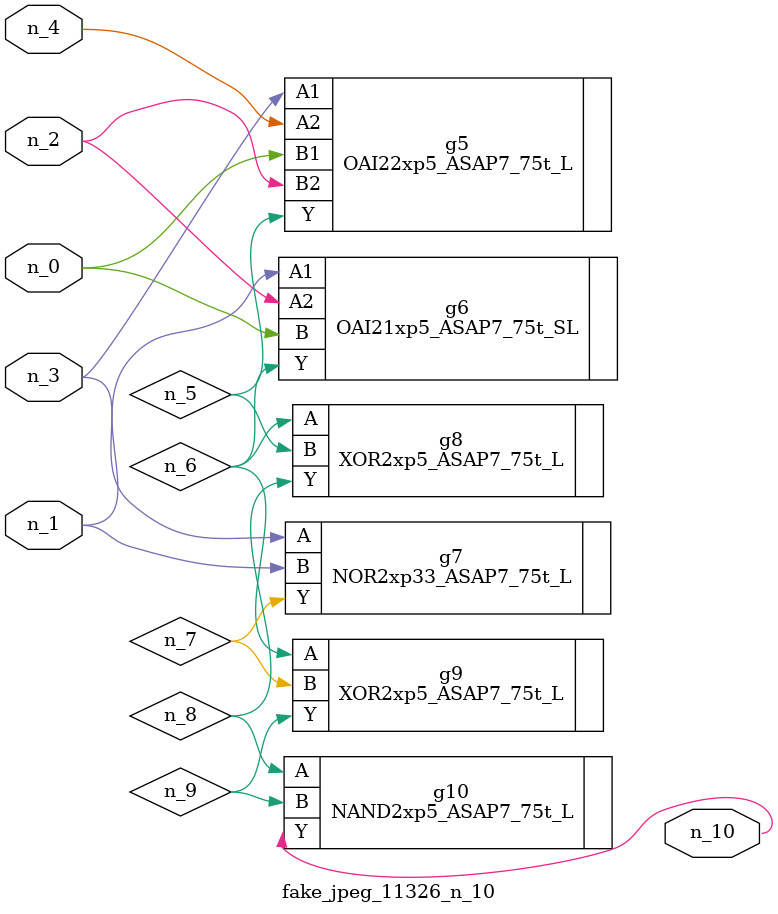
<source format=v>
module fake_jpeg_11326_n_10 (n_3, n_2, n_1, n_0, n_4, n_10);

input n_3;
input n_2;
input n_1;
input n_0;
input n_4;

output n_10;

wire n_8;
wire n_9;
wire n_6;
wire n_5;
wire n_7;

OAI22xp5_ASAP7_75t_L g5 ( 
.A1(n_3),
.A2(n_4),
.B1(n_0),
.B2(n_2),
.Y(n_5)
);

OAI21xp5_ASAP7_75t_SL g6 ( 
.A1(n_1),
.A2(n_2),
.B(n_0),
.Y(n_6)
);

NOR2xp33_ASAP7_75t_L g7 ( 
.A(n_3),
.B(n_1),
.Y(n_7)
);

XOR2xp5_ASAP7_75t_L g8 ( 
.A(n_6),
.B(n_5),
.Y(n_8)
);

NAND2xp5_ASAP7_75t_L g10 ( 
.A(n_8),
.B(n_9),
.Y(n_10)
);

XOR2xp5_ASAP7_75t_L g9 ( 
.A(n_6),
.B(n_7),
.Y(n_9)
);


endmodule
</source>
